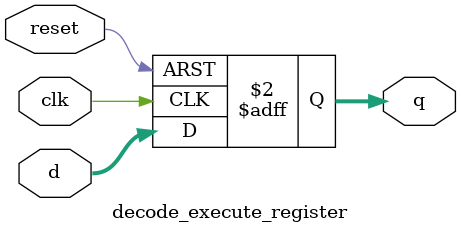
<source format=v>
`timescale 1ns/1ps

module decode_execute_register (
    input wire clk,
    input wire reset,
    input wire [293:0] d,
    output reg [293:0] q
);
    
    always @(posedge clk or posedge reset) begin
        if (reset)
            q <= {294{1'b0}};
        else
            q <= d;
    end
    
endmodule

</source>
